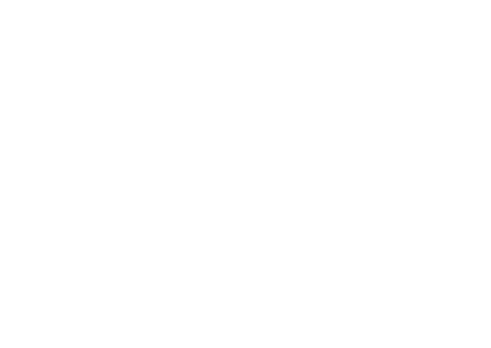
<source format=gbs>
G04*
G04 #@! TF.GenerationSoftware,Altium Limited,Altium Designer,20.0.2 (26)*
G04*
G04 Layer_Color=16711935*
%FSLAX44Y44*%
%MOMM*%
G71*
G01*
G75*
D42*
X343290Y1453958D02*
D03*
D50*
X447290Y1342615D02*
D03*
Y1328645D02*
D03*
X429290Y1313669D02*
D03*
Y1327639D02*
D03*
Y1346669D02*
D03*
Y1360639D02*
D03*
X599170Y1466005D02*
D03*
Y1452035D02*
D03*
X599190Y1357350D02*
D03*
Y1343380D02*
D03*
X599197Y1262735D02*
D03*
Y1248765D02*
D03*
D51*
X376305Y1272630D02*
D03*
X390275D02*
D03*
X361315Y1297630D02*
D03*
X375285D02*
D03*
X394305Y1373654D02*
D03*
X408275D02*
D03*
X387275Y1335654D02*
D03*
X373305D02*
D03*
X406275Y1298211D02*
D03*
X392305D02*
D03*
X387275Y1317654D02*
D03*
X373305D02*
D03*
X387275Y1353654D02*
D03*
X373305D02*
D03*
D62*
X637540Y1441895D02*
D03*
X651540Y1336130D02*
D03*
X673540Y1335380D02*
D03*
X662540D02*
D03*
X677290Y1243630D02*
D03*
X657290D02*
D03*
X678290Y1435630D02*
D03*
X656290D02*
D03*
X409290Y1266630D02*
D03*
Y1275630D02*
D03*
X416290Y1437033D02*
D03*
X427290Y1437630D02*
D03*
X435290Y1445630D02*
D03*
X435225Y1456630D02*
D03*
X690290Y1245630D02*
D03*
X702290D02*
D03*
X714290D02*
D03*
X727290D02*
D03*
Y1325630D02*
D03*
X715290D02*
D03*
X703290D02*
D03*
X715290Y1339630D02*
D03*
X727290D02*
D03*
X703290D02*
D03*
X691290D02*
D03*
X715290Y1420630D02*
D03*
X727290D02*
D03*
X704290D02*
D03*
X727290Y1438630D02*
D03*
X715290D02*
D03*
X704290D02*
D03*
X692290D02*
D03*
X728290Y1519630D02*
D03*
X717290D02*
D03*
X704290D02*
D03*
X335290Y1436630D02*
D03*
X348290D02*
D03*
X363290Y1445630D02*
D03*
Y1459630D02*
D03*
X349290Y1471630D02*
D03*
X337290D02*
D03*
X458291Y1402342D02*
D03*
X458290Y1391630D02*
D03*
X547290Y1508630D02*
D03*
Y1519630D02*
D03*
X639830Y1419580D02*
D03*
X627130D02*
D03*
X565290Y1293630D02*
D03*
X547290Y1255630D02*
D03*
X584290Y1247630D02*
D03*
X543290Y1326630D02*
D03*
X531290D02*
D03*
X355290Y1251630D02*
D03*
X343290D02*
D03*
X362290Y1269630D02*
D03*
X349290D02*
D03*
X345290Y1400630D02*
D03*
X571290Y1440630D02*
D03*
X532540Y1442380D02*
D03*
X547290Y1266630D02*
D03*
X591290Y1323630D02*
D03*
X667290Y1435630D02*
D03*
Y1243630D02*
D03*
X571290Y1247630D02*
D03*
X563290Y1494630D02*
D03*
X692290Y1519630D02*
D03*
X585290Y1440630D02*
D03*
X638540Y1522330D02*
D03*
X625840D02*
D03*
X613140D02*
D03*
X549790Y1360380D02*
D03*
X612790Y1340630D02*
D03*
X633480Y1340840D02*
D03*
X562790Y1388380D02*
D03*
X614430Y1419580D02*
D03*
X692790Y1420630D02*
D03*
X636020Y1324330D02*
D03*
X625860D02*
D03*
X614430D02*
D03*
X632210Y1245590D02*
D03*
X691290Y1325630D02*
D03*
D63*
X551540Y1291130D02*
D03*
X549290Y1460630D02*
D03*
X550540Y1384130D02*
D03*
X673540Y1324880D02*
D03*
X663040Y1325130D02*
D03*
X652790Y1324880D02*
D03*
D64*
X677290Y1524630D02*
D03*
X665540Y1524380D02*
D03*
X654540D02*
D03*
X677520Y1423130D02*
D03*
X666270D02*
D03*
X656540Y1423380D02*
D03*
X618540Y1441880D02*
D03*
X410290Y1425130D02*
D03*
X348040Y1340130D02*
D03*
X340290Y1340630D02*
D03*
X332790D02*
D03*
X340290Y1348130D02*
D03*
X332790D02*
D03*
X347790D02*
D03*
Y1355630D02*
D03*
X340290D02*
D03*
X332540Y1355880D02*
D03*
X459290Y1375130D02*
D03*
X450040Y1374130D02*
D03*
X484277Y1446640D02*
D03*
X400290Y1270630D02*
D03*
X406290Y1285630D02*
D03*
X437290Y1486630D02*
D03*
X504290Y1246630D02*
D03*
X520290D02*
D03*
X490008Y1332912D02*
D03*
X538290Y1246630D02*
D03*
X529290D02*
D03*
X459540Y1364630D02*
D03*
X442290Y1316630D02*
D03*
X453013Y1316353D02*
D03*
X416290Y1400630D02*
D03*
X358290Y1307630D02*
D03*
X359290Y1287630D02*
D03*
X352290Y1300630D02*
D03*
Y1292630D02*
D03*
X378290Y1284630D02*
D03*
X402290Y1248630D02*
D03*
Y1257630D02*
D03*
X392290Y1284630D02*
D03*
X388290Y1384630D02*
D03*
X422290Y1376630D02*
D03*
X409290Y1387630D02*
D03*
X344290Y1523630D02*
D03*
Y1511630D02*
D03*
X357290Y1523630D02*
D03*
X380290D02*
D03*
X368290D02*
D03*
X380290Y1512630D02*
D03*
X368290D02*
D03*
X357290D02*
D03*
X395290Y1459630D02*
D03*
X386290Y1466630D02*
D03*
X377290D02*
D03*
X382290Y1479630D02*
D03*
X373290D02*
D03*
X364290D02*
D03*
X438290Y1503630D02*
D03*
X429290Y1497630D02*
D03*
X412290Y1410630D02*
D03*
X475540Y1445380D02*
D03*
X542290Y1424630D02*
D03*
X493290Y1444880D02*
D03*
X471290Y1332630D02*
D03*
X481290D02*
D03*
X466540Y1445380D02*
D03*
X580790Y1422380D02*
D03*
X498790Y1326130D02*
D03*
D82*
X389289Y1252631D02*
D03*
X369289D02*
D03*
D83*
X408713Y1318788D02*
D03*
Y1353078D02*
D03*
D84*
X624994Y1308468D02*
D03*
Y1262468D02*
D03*
X573386Y1262722D02*
D03*
Y1308722D02*
D03*
X573366Y1463960D02*
D03*
Y1509960D02*
D03*
X625840Y1502100D02*
D03*
Y1456100D02*
D03*
X625756Y1403210D02*
D03*
Y1357210D02*
D03*
X573386Y1356702D02*
D03*
Y1402702D02*
D03*
D85*
X694948Y1285468D02*
D03*
X503432Y1285722D02*
D03*
X503412Y1486960D02*
D03*
X695794Y1479100D02*
D03*
X695710Y1380210D02*
D03*
X503432Y1379702D02*
D03*
M02*

</source>
